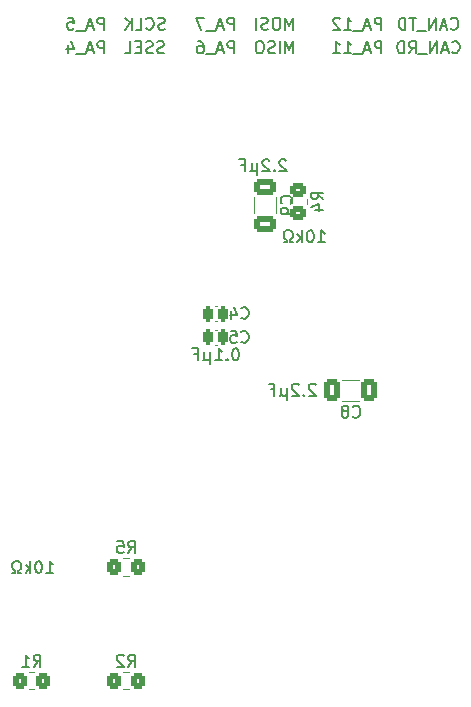
<source format=gbo>
G04 #@! TF.GenerationSoftware,KiCad,Pcbnew,(6.0.8-1)-1*
G04 #@! TF.CreationDate,2023-04-27T22:08:01+09:00*
G04 #@! TF.ProjectId,ikako_f303,696b616b-6f5f-4663-9330-332e6b696361,rev?*
G04 #@! TF.SameCoordinates,Original*
G04 #@! TF.FileFunction,Legend,Bot*
G04 #@! TF.FilePolarity,Positive*
%FSLAX46Y46*%
G04 Gerber Fmt 4.6, Leading zero omitted, Abs format (unit mm)*
G04 Created by KiCad (PCBNEW (6.0.8-1)-1) date 2023-04-27 22:08:01*
%MOMM*%
%LPD*%
G01*
G04 APERTURE LIST*
G04 Aperture macros list*
%AMRoundRect*
0 Rectangle with rounded corners*
0 $1 Rounding radius*
0 $2 $3 $4 $5 $6 $7 $8 $9 X,Y pos of 4 corners*
0 Add a 4 corners polygon primitive as box body*
4,1,4,$2,$3,$4,$5,$6,$7,$8,$9,$2,$3,0*
0 Add four circle primitives for the rounded corners*
1,1,$1+$1,$2,$3*
1,1,$1+$1,$4,$5*
1,1,$1+$1,$6,$7*
1,1,$1+$1,$8,$9*
0 Add four rect primitives between the rounded corners*
20,1,$1+$1,$2,$3,$4,$5,0*
20,1,$1+$1,$4,$5,$6,$7,0*
20,1,$1+$1,$6,$7,$8,$9,0*
20,1,$1+$1,$8,$9,$2,$3,0*%
G04 Aperture macros list end*
%ADD10C,0.150000*%
%ADD11C,0.120000*%
%ADD12C,1.500000*%
%ADD13C,2.000000*%
%ADD14C,0.800000*%
%ADD15C,6.400000*%
%ADD16R,1.700000X1.700000*%
%ADD17O,1.700000X1.700000*%
%ADD18R,1.600000X1.600000*%
%ADD19O,1.600000X1.600000*%
%ADD20O,2.000000X2.800000*%
%ADD21RoundRect,0.250000X0.725000X-0.600000X0.725000X0.600000X-0.725000X0.600000X-0.725000X-0.600000X0*%
%ADD22O,1.950000X1.700000*%
%ADD23RoundRect,0.250000X-0.725000X0.600000X-0.725000X-0.600000X0.725000X-0.600000X0.725000X0.600000X0*%
%ADD24RoundRect,0.250000X0.350000X0.450000X-0.350000X0.450000X-0.350000X-0.450000X0.350000X-0.450000X0*%
%ADD25RoundRect,0.208750X0.208750X0.431250X-0.208750X0.431250X-0.208750X-0.431250X0.208750X-0.431250X0*%
%ADD26RoundRect,0.250000X0.450000X-0.350000X0.450000X0.350000X-0.450000X0.350000X-0.450000X-0.350000X0*%
%ADD27RoundRect,0.250000X-0.412500X-0.650000X0.412500X-0.650000X0.412500X0.650000X-0.412500X0.650000X0*%
%ADD28RoundRect,0.250000X0.650000X-0.412500X0.650000X0.412500X-0.650000X0.412500X-0.650000X-0.412500X0*%
G04 APERTURE END LIST*
D10*
X154452380Y-80547619D02*
X154404761Y-80500000D01*
X154309523Y-80452380D01*
X154071428Y-80452380D01*
X153976190Y-80500000D01*
X153928571Y-80547619D01*
X153880952Y-80642857D01*
X153880952Y-80738095D01*
X153928571Y-80880952D01*
X154500000Y-81452380D01*
X153880952Y-81452380D01*
X153452380Y-81357142D02*
X153404761Y-81404761D01*
X153452380Y-81452380D01*
X153500000Y-81404761D01*
X153452380Y-81357142D01*
X153452380Y-81452380D01*
X153023809Y-80547619D02*
X152976190Y-80500000D01*
X152880952Y-80452380D01*
X152642857Y-80452380D01*
X152547619Y-80500000D01*
X152500000Y-80547619D01*
X152452380Y-80642857D01*
X152452380Y-80738095D01*
X152500000Y-80880952D01*
X153071428Y-81452380D01*
X152452380Y-81452380D01*
X152023809Y-80785714D02*
X152023809Y-81785714D01*
X151547619Y-81309523D02*
X151500000Y-81404761D01*
X151404761Y-81452380D01*
X152023809Y-81309523D02*
X151976190Y-81404761D01*
X151880952Y-81452380D01*
X151690476Y-81452380D01*
X151595238Y-81404761D01*
X151547619Y-81309523D01*
X151547619Y-80785714D01*
X150642857Y-80928571D02*
X150976190Y-80928571D01*
X150976190Y-81452380D02*
X150976190Y-80452380D01*
X150500000Y-80452380D01*
X147547619Y-50452380D02*
X147547619Y-49452380D01*
X147166666Y-49452380D01*
X147071428Y-49500000D01*
X147023809Y-49547619D01*
X146976190Y-49642857D01*
X146976190Y-49785714D01*
X147023809Y-49880952D01*
X147071428Y-49928571D01*
X147166666Y-49976190D01*
X147547619Y-49976190D01*
X146595238Y-50166666D02*
X146119047Y-50166666D01*
X146690476Y-50452380D02*
X146357142Y-49452380D01*
X146023809Y-50452380D01*
X145928571Y-50547619D02*
X145166666Y-50547619D01*
X145023809Y-49452380D02*
X144357142Y-49452380D01*
X144785714Y-50452380D01*
X160023809Y-50452380D02*
X160023809Y-49452380D01*
X159642857Y-49452380D01*
X159547619Y-49500000D01*
X159500000Y-49547619D01*
X159452380Y-49642857D01*
X159452380Y-49785714D01*
X159500000Y-49880952D01*
X159547619Y-49928571D01*
X159642857Y-49976190D01*
X160023809Y-49976190D01*
X159071428Y-50166666D02*
X158595238Y-50166666D01*
X159166666Y-50452380D02*
X158833333Y-49452380D01*
X158500000Y-50452380D01*
X158404761Y-50547619D02*
X157642857Y-50547619D01*
X156880952Y-50452380D02*
X157452380Y-50452380D01*
X157166666Y-50452380D02*
X157166666Y-49452380D01*
X157261904Y-49595238D01*
X157357142Y-49690476D01*
X157452380Y-49738095D01*
X156500000Y-49547619D02*
X156452380Y-49500000D01*
X156357142Y-49452380D01*
X156119047Y-49452380D01*
X156023809Y-49500000D01*
X155976190Y-49547619D01*
X155928571Y-49642857D01*
X155928571Y-49738095D01*
X155976190Y-49880952D01*
X156547619Y-50452380D01*
X155928571Y-50452380D01*
X147547619Y-52452380D02*
X147547619Y-51452380D01*
X147166666Y-51452380D01*
X147071428Y-51500000D01*
X147023809Y-51547619D01*
X146976190Y-51642857D01*
X146976190Y-51785714D01*
X147023809Y-51880952D01*
X147071428Y-51928571D01*
X147166666Y-51976190D01*
X147547619Y-51976190D01*
X146595238Y-52166666D02*
X146119047Y-52166666D01*
X146690476Y-52452380D02*
X146357142Y-51452380D01*
X146023809Y-52452380D01*
X145928571Y-52547619D02*
X145166666Y-52547619D01*
X144500000Y-51452380D02*
X144690476Y-51452380D01*
X144785714Y-51500000D01*
X144833333Y-51547619D01*
X144928571Y-51690476D01*
X144976190Y-51880952D01*
X144976190Y-52261904D01*
X144928571Y-52357142D01*
X144880952Y-52404761D01*
X144785714Y-52452380D01*
X144595238Y-52452380D01*
X144500000Y-52404761D01*
X144452380Y-52357142D01*
X144404761Y-52261904D01*
X144404761Y-52023809D01*
X144452380Y-51928571D01*
X144500000Y-51880952D01*
X144595238Y-51833333D01*
X144785714Y-51833333D01*
X144880952Y-51880952D01*
X144928571Y-51928571D01*
X144976190Y-52023809D01*
X165904761Y-50357142D02*
X165952380Y-50404761D01*
X166095238Y-50452380D01*
X166190476Y-50452380D01*
X166333333Y-50404761D01*
X166428571Y-50309523D01*
X166476190Y-50214285D01*
X166523809Y-50023809D01*
X166523809Y-49880952D01*
X166476190Y-49690476D01*
X166428571Y-49595238D01*
X166333333Y-49500000D01*
X166190476Y-49452380D01*
X166095238Y-49452380D01*
X165952380Y-49500000D01*
X165904761Y-49547619D01*
X165523809Y-50166666D02*
X165047619Y-50166666D01*
X165619047Y-50452380D02*
X165285714Y-49452380D01*
X164952380Y-50452380D01*
X164619047Y-50452380D02*
X164619047Y-49452380D01*
X164047619Y-50452380D01*
X164047619Y-49452380D01*
X163809523Y-50547619D02*
X163047619Y-50547619D01*
X162952380Y-49452380D02*
X162380952Y-49452380D01*
X162666666Y-50452380D02*
X162666666Y-49452380D01*
X162047619Y-50452380D02*
X162047619Y-49452380D01*
X161809523Y-49452380D01*
X161666666Y-49500000D01*
X161571428Y-49595238D01*
X161523809Y-49690476D01*
X161476190Y-49880952D01*
X161476190Y-50023809D01*
X161523809Y-50214285D01*
X161571428Y-50309523D01*
X161666666Y-50404761D01*
X161809523Y-50452380D01*
X162047619Y-50452380D01*
X152571428Y-50452380D02*
X152571428Y-49452380D01*
X152238095Y-50166666D01*
X151904761Y-49452380D01*
X151904761Y-50452380D01*
X151238095Y-49452380D02*
X151047619Y-49452380D01*
X150952380Y-49500000D01*
X150857142Y-49595238D01*
X150809523Y-49785714D01*
X150809523Y-50119047D01*
X150857142Y-50309523D01*
X150952380Y-50404761D01*
X151047619Y-50452380D01*
X151238095Y-50452380D01*
X151333333Y-50404761D01*
X151428571Y-50309523D01*
X151476190Y-50119047D01*
X151476190Y-49785714D01*
X151428571Y-49595238D01*
X151333333Y-49500000D01*
X151238095Y-49452380D01*
X150428571Y-50404761D02*
X150285714Y-50452380D01*
X150047619Y-50452380D01*
X149952380Y-50404761D01*
X149904761Y-50357142D01*
X149857142Y-50261904D01*
X149857142Y-50166666D01*
X149904761Y-50071428D01*
X149952380Y-50023809D01*
X150047619Y-49976190D01*
X150238095Y-49928571D01*
X150333333Y-49880952D01*
X150380952Y-49833333D01*
X150428571Y-49738095D01*
X150428571Y-49642857D01*
X150380952Y-49547619D01*
X150333333Y-49500000D01*
X150238095Y-49452380D01*
X150000000Y-49452380D01*
X149857142Y-49500000D01*
X149428571Y-50452380D02*
X149428571Y-49452380D01*
X151952380Y-61547619D02*
X151904761Y-61500000D01*
X151809523Y-61452380D01*
X151571428Y-61452380D01*
X151476190Y-61500000D01*
X151428571Y-61547619D01*
X151380952Y-61642857D01*
X151380952Y-61738095D01*
X151428571Y-61880952D01*
X152000000Y-62452380D01*
X151380952Y-62452380D01*
X150952380Y-62357142D02*
X150904761Y-62404761D01*
X150952380Y-62452380D01*
X151000000Y-62404761D01*
X150952380Y-62357142D01*
X150952380Y-62452380D01*
X150523809Y-61547619D02*
X150476190Y-61500000D01*
X150380952Y-61452380D01*
X150142857Y-61452380D01*
X150047619Y-61500000D01*
X150000000Y-61547619D01*
X149952380Y-61642857D01*
X149952380Y-61738095D01*
X150000000Y-61880952D01*
X150571428Y-62452380D01*
X149952380Y-62452380D01*
X149523809Y-61785714D02*
X149523809Y-62785714D01*
X149047619Y-62309523D02*
X149000000Y-62404761D01*
X148904761Y-62452380D01*
X149523809Y-62309523D02*
X149476190Y-62404761D01*
X149380952Y-62452380D01*
X149190476Y-62452380D01*
X149095238Y-62404761D01*
X149047619Y-62309523D01*
X149047619Y-61785714D01*
X148142857Y-61928571D02*
X148476190Y-61928571D01*
X148476190Y-62452380D02*
X148476190Y-61452380D01*
X148000000Y-61452380D01*
X147714285Y-77452380D02*
X147619047Y-77452380D01*
X147523809Y-77500000D01*
X147476190Y-77547619D01*
X147428571Y-77642857D01*
X147380952Y-77833333D01*
X147380952Y-78071428D01*
X147428571Y-78261904D01*
X147476190Y-78357142D01*
X147523809Y-78404761D01*
X147619047Y-78452380D01*
X147714285Y-78452380D01*
X147809523Y-78404761D01*
X147857142Y-78357142D01*
X147904761Y-78261904D01*
X147952380Y-78071428D01*
X147952380Y-77833333D01*
X147904761Y-77642857D01*
X147857142Y-77547619D01*
X147809523Y-77500000D01*
X147714285Y-77452380D01*
X146952380Y-78357142D02*
X146904761Y-78404761D01*
X146952380Y-78452380D01*
X147000000Y-78404761D01*
X146952380Y-78357142D01*
X146952380Y-78452380D01*
X145952380Y-78452380D02*
X146523809Y-78452380D01*
X146238095Y-78452380D02*
X146238095Y-77452380D01*
X146333333Y-77595238D01*
X146428571Y-77690476D01*
X146523809Y-77738095D01*
X145523809Y-77785714D02*
X145523809Y-78785714D01*
X145047619Y-78309523D02*
X145000000Y-78404761D01*
X144904761Y-78452380D01*
X145523809Y-78309523D02*
X145476190Y-78404761D01*
X145380952Y-78452380D01*
X145190476Y-78452380D01*
X145095238Y-78404761D01*
X145047619Y-78309523D01*
X145047619Y-77785714D01*
X144142857Y-77928571D02*
X144476190Y-77928571D01*
X144476190Y-78452380D02*
X144476190Y-77452380D01*
X144000000Y-77452380D01*
X141619047Y-52404761D02*
X141476190Y-52452380D01*
X141238095Y-52452380D01*
X141142857Y-52404761D01*
X141095238Y-52357142D01*
X141047619Y-52261904D01*
X141047619Y-52166666D01*
X141095238Y-52071428D01*
X141142857Y-52023809D01*
X141238095Y-51976190D01*
X141428571Y-51928571D01*
X141523809Y-51880952D01*
X141571428Y-51833333D01*
X141619047Y-51738095D01*
X141619047Y-51642857D01*
X141571428Y-51547619D01*
X141523809Y-51500000D01*
X141428571Y-51452380D01*
X141190476Y-51452380D01*
X141047619Y-51500000D01*
X140666666Y-52404761D02*
X140523809Y-52452380D01*
X140285714Y-52452380D01*
X140190476Y-52404761D01*
X140142857Y-52357142D01*
X140095238Y-52261904D01*
X140095238Y-52166666D01*
X140142857Y-52071428D01*
X140190476Y-52023809D01*
X140285714Y-51976190D01*
X140476190Y-51928571D01*
X140571428Y-51880952D01*
X140619047Y-51833333D01*
X140666666Y-51738095D01*
X140666666Y-51642857D01*
X140619047Y-51547619D01*
X140571428Y-51500000D01*
X140476190Y-51452380D01*
X140238095Y-51452380D01*
X140095238Y-51500000D01*
X139666666Y-51928571D02*
X139333333Y-51928571D01*
X139190476Y-52452380D02*
X139666666Y-52452380D01*
X139666666Y-51452380D01*
X139190476Y-51452380D01*
X138285714Y-52452380D02*
X138761904Y-52452380D01*
X138761904Y-51452380D01*
X136547619Y-52452380D02*
X136547619Y-51452380D01*
X136166666Y-51452380D01*
X136071428Y-51500000D01*
X136023809Y-51547619D01*
X135976190Y-51642857D01*
X135976190Y-51785714D01*
X136023809Y-51880952D01*
X136071428Y-51928571D01*
X136166666Y-51976190D01*
X136547619Y-51976190D01*
X135595238Y-52166666D02*
X135119047Y-52166666D01*
X135690476Y-52452380D02*
X135357142Y-51452380D01*
X135023809Y-52452380D01*
X134928571Y-52547619D02*
X134166666Y-52547619D01*
X133500000Y-51785714D02*
X133500000Y-52452380D01*
X133738095Y-51404761D02*
X133976190Y-52119047D01*
X133357142Y-52119047D01*
X166023809Y-52357142D02*
X166071428Y-52404761D01*
X166214285Y-52452380D01*
X166309523Y-52452380D01*
X166452380Y-52404761D01*
X166547619Y-52309523D01*
X166595238Y-52214285D01*
X166642857Y-52023809D01*
X166642857Y-51880952D01*
X166595238Y-51690476D01*
X166547619Y-51595238D01*
X166452380Y-51500000D01*
X166309523Y-51452380D01*
X166214285Y-51452380D01*
X166071428Y-51500000D01*
X166023809Y-51547619D01*
X165642857Y-52166666D02*
X165166666Y-52166666D01*
X165738095Y-52452380D02*
X165404761Y-51452380D01*
X165071428Y-52452380D01*
X164738095Y-52452380D02*
X164738095Y-51452380D01*
X164166666Y-52452380D01*
X164166666Y-51452380D01*
X163928571Y-52547619D02*
X163166666Y-52547619D01*
X162357142Y-52452380D02*
X162690476Y-51976190D01*
X162928571Y-52452380D02*
X162928571Y-51452380D01*
X162547619Y-51452380D01*
X162452380Y-51500000D01*
X162404761Y-51547619D01*
X162357142Y-51642857D01*
X162357142Y-51785714D01*
X162404761Y-51880952D01*
X162452380Y-51928571D01*
X162547619Y-51976190D01*
X162928571Y-51976190D01*
X161928571Y-52452380D02*
X161928571Y-51452380D01*
X161690476Y-51452380D01*
X161547619Y-51500000D01*
X161452380Y-51595238D01*
X161404761Y-51690476D01*
X161357142Y-51880952D01*
X161357142Y-52023809D01*
X161404761Y-52214285D01*
X161452380Y-52309523D01*
X161547619Y-52404761D01*
X161690476Y-52452380D01*
X161928571Y-52452380D01*
X141690476Y-50404761D02*
X141547619Y-50452380D01*
X141309523Y-50452380D01*
X141214285Y-50404761D01*
X141166666Y-50357142D01*
X141119047Y-50261904D01*
X141119047Y-50166666D01*
X141166666Y-50071428D01*
X141214285Y-50023809D01*
X141309523Y-49976190D01*
X141500000Y-49928571D01*
X141595238Y-49880952D01*
X141642857Y-49833333D01*
X141690476Y-49738095D01*
X141690476Y-49642857D01*
X141642857Y-49547619D01*
X141595238Y-49500000D01*
X141500000Y-49452380D01*
X141261904Y-49452380D01*
X141119047Y-49500000D01*
X140119047Y-50357142D02*
X140166666Y-50404761D01*
X140309523Y-50452380D01*
X140404761Y-50452380D01*
X140547619Y-50404761D01*
X140642857Y-50309523D01*
X140690476Y-50214285D01*
X140738095Y-50023809D01*
X140738095Y-49880952D01*
X140690476Y-49690476D01*
X140642857Y-49595238D01*
X140547619Y-49500000D01*
X140404761Y-49452380D01*
X140309523Y-49452380D01*
X140166666Y-49500000D01*
X140119047Y-49547619D01*
X139214285Y-50452380D02*
X139690476Y-50452380D01*
X139690476Y-49452380D01*
X138880952Y-50452380D02*
X138880952Y-49452380D01*
X138309523Y-50452380D02*
X138738095Y-49880952D01*
X138309523Y-49452380D02*
X138880952Y-50023809D01*
X136547619Y-50452380D02*
X136547619Y-49452380D01*
X136166666Y-49452380D01*
X136071428Y-49500000D01*
X136023809Y-49547619D01*
X135976190Y-49642857D01*
X135976190Y-49785714D01*
X136023809Y-49880952D01*
X136071428Y-49928571D01*
X136166666Y-49976190D01*
X136547619Y-49976190D01*
X135595238Y-50166666D02*
X135119047Y-50166666D01*
X135690476Y-50452380D02*
X135357142Y-49452380D01*
X135023809Y-50452380D01*
X134928571Y-50547619D02*
X134166666Y-50547619D01*
X133452380Y-49452380D02*
X133928571Y-49452380D01*
X133976190Y-49928571D01*
X133928571Y-49880952D01*
X133833333Y-49833333D01*
X133595238Y-49833333D01*
X133500000Y-49880952D01*
X133452380Y-49928571D01*
X133404761Y-50023809D01*
X133404761Y-50261904D01*
X133452380Y-50357142D01*
X133500000Y-50404761D01*
X133595238Y-50452380D01*
X133833333Y-50452380D01*
X133928571Y-50404761D01*
X133976190Y-50357142D01*
X131666666Y-96452380D02*
X132238095Y-96452380D01*
X131952380Y-96452380D02*
X131952380Y-95452380D01*
X132047619Y-95595238D01*
X132142857Y-95690476D01*
X132238095Y-95738095D01*
X131047619Y-95452380D02*
X130952380Y-95452380D01*
X130857142Y-95500000D01*
X130809523Y-95547619D01*
X130761904Y-95642857D01*
X130714285Y-95833333D01*
X130714285Y-96071428D01*
X130761904Y-96261904D01*
X130809523Y-96357142D01*
X130857142Y-96404761D01*
X130952380Y-96452380D01*
X131047619Y-96452380D01*
X131142857Y-96404761D01*
X131190476Y-96357142D01*
X131238095Y-96261904D01*
X131285714Y-96071428D01*
X131285714Y-95833333D01*
X131238095Y-95642857D01*
X131190476Y-95547619D01*
X131142857Y-95500000D01*
X131047619Y-95452380D01*
X130285714Y-96452380D02*
X130285714Y-95452380D01*
X130190476Y-96071428D02*
X129904761Y-96452380D01*
X129904761Y-95785714D02*
X130285714Y-96166666D01*
X129523809Y-96452380D02*
X129285714Y-96452380D01*
X129285714Y-96261904D01*
X129380952Y-96214285D01*
X129476190Y-96119047D01*
X129523809Y-95976190D01*
X129523809Y-95738095D01*
X129476190Y-95595238D01*
X129380952Y-95500000D01*
X129238095Y-95452380D01*
X129047619Y-95452380D01*
X128904761Y-95500000D01*
X128809523Y-95595238D01*
X128761904Y-95738095D01*
X128761904Y-95976190D01*
X128809523Y-96119047D01*
X128904761Y-96214285D01*
X129000000Y-96261904D01*
X129000000Y-96452380D01*
X128761904Y-96452380D01*
X152571428Y-52452380D02*
X152571428Y-51452380D01*
X152238095Y-52166666D01*
X151904761Y-51452380D01*
X151904761Y-52452380D01*
X151428571Y-52452380D02*
X151428571Y-51452380D01*
X151000000Y-52404761D02*
X150857142Y-52452380D01*
X150619047Y-52452380D01*
X150523809Y-52404761D01*
X150476190Y-52357142D01*
X150428571Y-52261904D01*
X150428571Y-52166666D01*
X150476190Y-52071428D01*
X150523809Y-52023809D01*
X150619047Y-51976190D01*
X150809523Y-51928571D01*
X150904761Y-51880952D01*
X150952380Y-51833333D01*
X151000000Y-51738095D01*
X151000000Y-51642857D01*
X150952380Y-51547619D01*
X150904761Y-51500000D01*
X150809523Y-51452380D01*
X150571428Y-51452380D01*
X150428571Y-51500000D01*
X149809523Y-51452380D02*
X149619047Y-51452380D01*
X149523809Y-51500000D01*
X149428571Y-51595238D01*
X149380952Y-51785714D01*
X149380952Y-52119047D01*
X149428571Y-52309523D01*
X149523809Y-52404761D01*
X149619047Y-52452380D01*
X149809523Y-52452380D01*
X149904761Y-52404761D01*
X150000000Y-52309523D01*
X150047619Y-52119047D01*
X150047619Y-51785714D01*
X150000000Y-51595238D01*
X149904761Y-51500000D01*
X149809523Y-51452380D01*
X154666666Y-68452380D02*
X155238095Y-68452380D01*
X154952380Y-68452380D02*
X154952380Y-67452380D01*
X155047619Y-67595238D01*
X155142857Y-67690476D01*
X155238095Y-67738095D01*
X154047619Y-67452380D02*
X153952380Y-67452380D01*
X153857142Y-67500000D01*
X153809523Y-67547619D01*
X153761904Y-67642857D01*
X153714285Y-67833333D01*
X153714285Y-68071428D01*
X153761904Y-68261904D01*
X153809523Y-68357142D01*
X153857142Y-68404761D01*
X153952380Y-68452380D01*
X154047619Y-68452380D01*
X154142857Y-68404761D01*
X154190476Y-68357142D01*
X154238095Y-68261904D01*
X154285714Y-68071428D01*
X154285714Y-67833333D01*
X154238095Y-67642857D01*
X154190476Y-67547619D01*
X154142857Y-67500000D01*
X154047619Y-67452380D01*
X153285714Y-68452380D02*
X153285714Y-67452380D01*
X153190476Y-68071428D02*
X152904761Y-68452380D01*
X152904761Y-67785714D02*
X153285714Y-68166666D01*
X152523809Y-68452380D02*
X152285714Y-68452380D01*
X152285714Y-68261904D01*
X152380952Y-68214285D01*
X152476190Y-68119047D01*
X152523809Y-67976190D01*
X152523809Y-67738095D01*
X152476190Y-67595238D01*
X152380952Y-67500000D01*
X152238095Y-67452380D01*
X152047619Y-67452380D01*
X151904761Y-67500000D01*
X151809523Y-67595238D01*
X151761904Y-67738095D01*
X151761904Y-67976190D01*
X151809523Y-68119047D01*
X151904761Y-68214285D01*
X152000000Y-68261904D01*
X152000000Y-68452380D01*
X151761904Y-68452380D01*
X160023809Y-52452380D02*
X160023809Y-51452380D01*
X159642857Y-51452380D01*
X159547619Y-51500000D01*
X159500000Y-51547619D01*
X159452380Y-51642857D01*
X159452380Y-51785714D01*
X159500000Y-51880952D01*
X159547619Y-51928571D01*
X159642857Y-51976190D01*
X160023809Y-51976190D01*
X159071428Y-52166666D02*
X158595238Y-52166666D01*
X159166666Y-52452380D02*
X158833333Y-51452380D01*
X158500000Y-52452380D01*
X158404761Y-52547619D02*
X157642857Y-52547619D01*
X156880952Y-52452380D02*
X157452380Y-52452380D01*
X157166666Y-52452380D02*
X157166666Y-51452380D01*
X157261904Y-51595238D01*
X157357142Y-51690476D01*
X157452380Y-51738095D01*
X155928571Y-52452380D02*
X156500000Y-52452380D01*
X156214285Y-52452380D02*
X156214285Y-51452380D01*
X156309523Y-51595238D01*
X156404761Y-51690476D01*
X156500000Y-51738095D01*
X138578991Y-104392296D02*
X138912325Y-103916106D01*
X139150420Y-104392296D02*
X139150420Y-103392296D01*
X138769467Y-103392296D01*
X138674229Y-103439916D01*
X138626610Y-103487535D01*
X138578991Y-103582773D01*
X138578991Y-103725630D01*
X138626610Y-103820868D01*
X138674229Y-103868487D01*
X138769467Y-103916106D01*
X139150420Y-103916106D01*
X138198039Y-103487535D02*
X138150420Y-103439916D01*
X138055182Y-103392296D01*
X137817086Y-103392296D01*
X137721848Y-103439916D01*
X137674229Y-103487535D01*
X137626610Y-103582773D01*
X137626610Y-103678011D01*
X137674229Y-103820868D01*
X138245658Y-104392296D01*
X137626610Y-104392296D01*
X148166666Y-74867142D02*
X148214285Y-74914761D01*
X148357142Y-74962380D01*
X148452380Y-74962380D01*
X148595238Y-74914761D01*
X148690476Y-74819523D01*
X148738095Y-74724285D01*
X148785714Y-74533809D01*
X148785714Y-74390952D01*
X148738095Y-74200476D01*
X148690476Y-74105238D01*
X148595238Y-74010000D01*
X148452380Y-73962380D01*
X148357142Y-73962380D01*
X148214285Y-74010000D01*
X148166666Y-74057619D01*
X147309523Y-74295714D02*
X147309523Y-74962380D01*
X147547619Y-73914761D02*
X147785714Y-74629047D01*
X147166666Y-74629047D01*
X155102380Y-64833333D02*
X154626190Y-64500000D01*
X155102380Y-64261904D02*
X154102380Y-64261904D01*
X154102380Y-64642857D01*
X154150000Y-64738095D01*
X154197619Y-64785714D01*
X154292857Y-64833333D01*
X154435714Y-64833333D01*
X154530952Y-64785714D01*
X154578571Y-64738095D01*
X154626190Y-64642857D01*
X154626190Y-64261904D01*
X154435714Y-65690476D02*
X155102380Y-65690476D01*
X154054761Y-65452380D02*
X154769047Y-65214285D01*
X154769047Y-65833333D01*
X157604166Y-83207142D02*
X157651785Y-83254761D01*
X157794642Y-83302380D01*
X157889880Y-83302380D01*
X158032738Y-83254761D01*
X158127976Y-83159523D01*
X158175595Y-83064285D01*
X158223214Y-82873809D01*
X158223214Y-82730952D01*
X158175595Y-82540476D01*
X158127976Y-82445238D01*
X158032738Y-82350000D01*
X157889880Y-82302380D01*
X157794642Y-82302380D01*
X157651785Y-82350000D01*
X157604166Y-82397619D01*
X157032738Y-82730952D02*
X157127976Y-82683333D01*
X157175595Y-82635714D01*
X157223214Y-82540476D01*
X157223214Y-82492857D01*
X157175595Y-82397619D01*
X157127976Y-82350000D01*
X157032738Y-82302380D01*
X156842261Y-82302380D01*
X156747023Y-82350000D01*
X156699404Y-82397619D01*
X156651785Y-82492857D01*
X156651785Y-82540476D01*
X156699404Y-82635714D01*
X156747023Y-82683333D01*
X156842261Y-82730952D01*
X157032738Y-82730952D01*
X157127976Y-82778571D01*
X157175595Y-82826190D01*
X157223214Y-82921428D01*
X157223214Y-83111904D01*
X157175595Y-83207142D01*
X157127976Y-83254761D01*
X157032738Y-83302380D01*
X156842261Y-83302380D01*
X156747023Y-83254761D01*
X156699404Y-83207142D01*
X156651785Y-83111904D01*
X156651785Y-82921428D01*
X156699404Y-82826190D01*
X156747023Y-82778571D01*
X156842261Y-82730952D01*
X148166666Y-76867142D02*
X148214285Y-76914761D01*
X148357142Y-76962380D01*
X148452380Y-76962380D01*
X148595238Y-76914761D01*
X148690476Y-76819523D01*
X148738095Y-76724285D01*
X148785714Y-76533809D01*
X148785714Y-76390952D01*
X148738095Y-76200476D01*
X148690476Y-76105238D01*
X148595238Y-76010000D01*
X148452380Y-75962380D01*
X148357142Y-75962380D01*
X148214285Y-76010000D01*
X148166666Y-76057619D01*
X147261904Y-75962380D02*
X147738095Y-75962380D01*
X147785714Y-76438571D01*
X147738095Y-76390952D01*
X147642857Y-76343333D01*
X147404761Y-76343333D01*
X147309523Y-76390952D01*
X147261904Y-76438571D01*
X147214285Y-76533809D01*
X147214285Y-76771904D01*
X147261904Y-76867142D01*
X147309523Y-76914761D01*
X147404761Y-76962380D01*
X147642857Y-76962380D01*
X147738095Y-76914761D01*
X147785714Y-76867142D01*
X130578991Y-104392296D02*
X130912325Y-103916106D01*
X131150420Y-104392296D02*
X131150420Y-103392296D01*
X130769467Y-103392296D01*
X130674229Y-103439916D01*
X130626610Y-103487535D01*
X130578991Y-103582773D01*
X130578991Y-103725630D01*
X130626610Y-103820868D01*
X130674229Y-103868487D01*
X130769467Y-103916106D01*
X131150420Y-103916106D01*
X129626610Y-104392296D02*
X130198039Y-104392296D01*
X129912325Y-104392296D02*
X129912325Y-103392296D01*
X130007563Y-103535154D01*
X130102801Y-103630392D01*
X130198039Y-103678011D01*
X152399951Y-65147240D02*
X152447570Y-65099621D01*
X152495189Y-64956764D01*
X152495189Y-64861526D01*
X152447570Y-64718668D01*
X152352332Y-64623430D01*
X152257094Y-64575811D01*
X152066618Y-64528192D01*
X151923761Y-64528192D01*
X151733285Y-64575811D01*
X151638047Y-64623430D01*
X151542809Y-64718668D01*
X151495189Y-64861526D01*
X151495189Y-64956764D01*
X151542809Y-65099621D01*
X151590428Y-65147240D01*
X152495189Y-65623430D02*
X152495189Y-65813907D01*
X152447570Y-65909145D01*
X152399951Y-65956764D01*
X152257094Y-66052002D01*
X152066618Y-66099621D01*
X151685666Y-66099621D01*
X151590428Y-66052002D01*
X151542809Y-66004383D01*
X151495189Y-65909145D01*
X151495189Y-65718668D01*
X151542809Y-65623430D01*
X151590428Y-65575811D01*
X151685666Y-65528192D01*
X151923761Y-65528192D01*
X152018999Y-65575811D01*
X152066618Y-65623430D01*
X152114237Y-65718668D01*
X152114237Y-65909145D01*
X152066618Y-66004383D01*
X152018999Y-66052002D01*
X151923761Y-66099621D01*
X138578991Y-94774492D02*
X138912325Y-94298302D01*
X139150420Y-94774492D02*
X139150420Y-93774492D01*
X138769467Y-93774492D01*
X138674229Y-93822112D01*
X138626610Y-93869731D01*
X138578991Y-93964969D01*
X138578991Y-94107826D01*
X138626610Y-94203064D01*
X138674229Y-94250683D01*
X138769467Y-94298302D01*
X139150420Y-94298302D01*
X137674229Y-93774492D02*
X138150420Y-93774492D01*
X138198039Y-94250683D01*
X138150420Y-94203064D01*
X138055182Y-94155445D01*
X137817086Y-94155445D01*
X137721848Y-94203064D01*
X137674229Y-94250683D01*
X137626610Y-94345921D01*
X137626610Y-94584016D01*
X137674229Y-94679254D01*
X137721848Y-94726873D01*
X137817086Y-94774492D01*
X138055182Y-94774492D01*
X138150420Y-94726873D01*
X138198039Y-94679254D01*
D11*
X138639389Y-106324916D02*
X138185261Y-106324916D01*
X138639389Y-104854916D02*
X138185261Y-104854916D01*
X146101969Y-73890000D02*
X145898031Y-73890000D01*
X146101969Y-75130000D02*
X145898031Y-75130000D01*
X153735000Y-65227064D02*
X153735000Y-64772936D01*
X152265000Y-65227064D02*
X152265000Y-64772936D01*
X156726248Y-80090000D02*
X158148752Y-80090000D01*
X156726248Y-81910000D02*
X158148752Y-81910000D01*
X146101969Y-77130000D02*
X145898031Y-77130000D01*
X146101969Y-75890000D02*
X145898031Y-75890000D01*
X130639389Y-106324916D02*
X130185261Y-106324916D01*
X130639389Y-104854916D02*
X130185261Y-104854916D01*
X151102809Y-66025159D02*
X151102809Y-64602655D01*
X149282809Y-66025159D02*
X149282809Y-64602655D01*
X138639389Y-96707112D02*
X138185261Y-96707112D01*
X138639389Y-95237112D02*
X138185261Y-95237112D01*
%LPC*%
D12*
X138395000Y-75865000D03*
X138395000Y-70865000D03*
D13*
X135750000Y-99250000D03*
X135750000Y-92750000D03*
X140250000Y-92750000D03*
X140250000Y-99250000D03*
D14*
X120000000Y-108400000D03*
X121697056Y-104302944D03*
D15*
X120000000Y-106000000D03*
D14*
X117600000Y-106000000D03*
X118302944Y-107697056D03*
X121697056Y-107697056D03*
X120000000Y-103600000D03*
X118302944Y-104302944D03*
X122400000Y-106000000D03*
D13*
X128162325Y-108839916D03*
X128162325Y-102339916D03*
X132662325Y-102339916D03*
X132662325Y-108839916D03*
D16*
X154675000Y-100600000D03*
D17*
X157215000Y-100600000D03*
X159755000Y-100600000D03*
X162295000Y-100600000D03*
X164835000Y-100600000D03*
X167375000Y-100600000D03*
D18*
X160200000Y-86200000D03*
D19*
X160200000Y-88740000D03*
X160200000Y-91280000D03*
X160200000Y-93820000D03*
X167820000Y-93820000D03*
X167820000Y-91280000D03*
X167820000Y-88740000D03*
X167820000Y-86200000D03*
D14*
X178302944Y-53697056D03*
X178302944Y-50302944D03*
X177600000Y-52000000D03*
X181697056Y-53697056D03*
X181697056Y-50302944D03*
D15*
X180000000Y-52000000D03*
D14*
X180000000Y-54400000D03*
X180000000Y-49600000D03*
X182400000Y-52000000D03*
D20*
X181653666Y-61914460D03*
D21*
X175153666Y-63164460D03*
D22*
X175153666Y-60664460D03*
D16*
X159749606Y-58097860D03*
D17*
X157209606Y-58097860D03*
X154669606Y-58097860D03*
X152129606Y-58097860D03*
X149589606Y-58097860D03*
X147049606Y-58097860D03*
X144509606Y-58097860D03*
X141969606Y-58097860D03*
X139429606Y-58097860D03*
X136889606Y-58097860D03*
X134349606Y-58097860D03*
X131809606Y-58097860D03*
X129269606Y-58097860D03*
X126729606Y-58097860D03*
D20*
X181756007Y-92411992D03*
D21*
X175256007Y-96161992D03*
D22*
X175256007Y-93661992D03*
X175256007Y-91161992D03*
X175256007Y-88661992D03*
D13*
X135737878Y-102313241D03*
X135737878Y-108813241D03*
X140237878Y-102313241D03*
X140237878Y-108813241D03*
D14*
X180000000Y-108400000D03*
X181697056Y-107697056D03*
X182400000Y-106000000D03*
X180000000Y-103600000D03*
X181697056Y-104302944D03*
X177600000Y-106000000D03*
X178302944Y-107697056D03*
X178302944Y-104302944D03*
D15*
X180000000Y-106000000D03*
D20*
X118400000Y-75200000D03*
D23*
X124900000Y-72700000D03*
D22*
X124900000Y-75200000D03*
X124900000Y-77700000D03*
D14*
X118302944Y-50302944D03*
X118302944Y-53697056D03*
X122400000Y-52000000D03*
D15*
X120000000Y-52000000D03*
D14*
X120000000Y-49600000D03*
X117600000Y-52000000D03*
X121697056Y-50302944D03*
X120000000Y-54400000D03*
X121697056Y-53697056D03*
D20*
X181600000Y-76000000D03*
D21*
X175100000Y-82250000D03*
D22*
X175100000Y-79750000D03*
X175100000Y-77250000D03*
X175100000Y-74750000D03*
X175100000Y-72250000D03*
X175100000Y-69750000D03*
D13*
X128117548Y-99242906D03*
X128117548Y-92742906D03*
X132617548Y-99242906D03*
X132617548Y-92742906D03*
D20*
X118400000Y-85200000D03*
D23*
X124900000Y-83950000D03*
D22*
X124900000Y-86450000D03*
D24*
X139412325Y-105589916D03*
X137412325Y-105589916D03*
D25*
X146627500Y-74510000D03*
X145372500Y-74510000D03*
D26*
X153000000Y-66000000D03*
X153000000Y-64000000D03*
D27*
X155875000Y-81000000D03*
X159000000Y-81000000D03*
D25*
X146627500Y-76510000D03*
X145372500Y-76510000D03*
D24*
X131412325Y-105589916D03*
X129412325Y-105589916D03*
D28*
X150192809Y-66876407D03*
X150192809Y-63751407D03*
D24*
X139412325Y-95972112D03*
X137412325Y-95972112D03*
M02*

</source>
